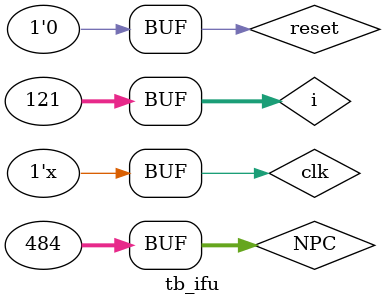
<source format=v>
`timescale 1ns / 1ps


module tb_ifu;

	// Inputs
	reg clk;
	reg reset;
	reg [31:0] NPC;

	// Outputs
	wire [31:0] PC;
	wire [31:0] Instr;
	wire [25:0] imm26;
	wire [15:0] imm16;
	wire [4:0] rs;
	wire [4:0] rt;
	wire [4:0] rd;
	wire [4:0] shamt;

	// Instantiate the Unit Under Test (UUT)
	IFU uut (
		.clk(clk), 
		.reset(reset), 
		.NPC(NPC), 
		.PC(PC), 
		.Instr(Instr), 
		.imm26(imm26), 
		.imm16(imm16), 
		.rs(rs), 
		.rt(rt), 
		.rd(rd), 
		.shamt(shamt)
	);

	always #5 clk = ~clk;
	integer i;
	initial begin
		// Initialize Inputs
		clk = 0;
		reset = 0;
		NPC = 0;
		#10;

		// Wait 100 ns for global reset to finish
		for(i=0;i<=120;i=i+1) begin
			NPC = NPC + 4;
			#10;
			
		end
		
        
		// Add stimulus here

	end
      
endmodule


</source>
